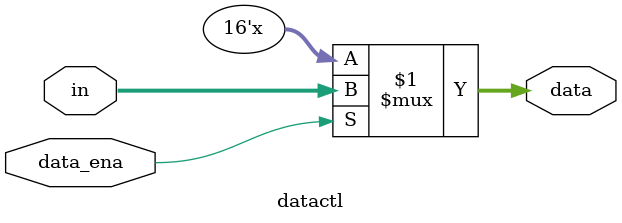
<source format=v>
`timescale 1ns/1ns
module datactl(
              //output
                data,  //数据输出
              //input
                in,
                data_ena);
   //output port
output[15:0] data;// data output
   //input ports
input[15:0] in;   //data input
input data_ena;  //the signal of data enable output 

assign data = (data_ena)?in:16'hzzzz;

endmodule
//the end of module

</source>
